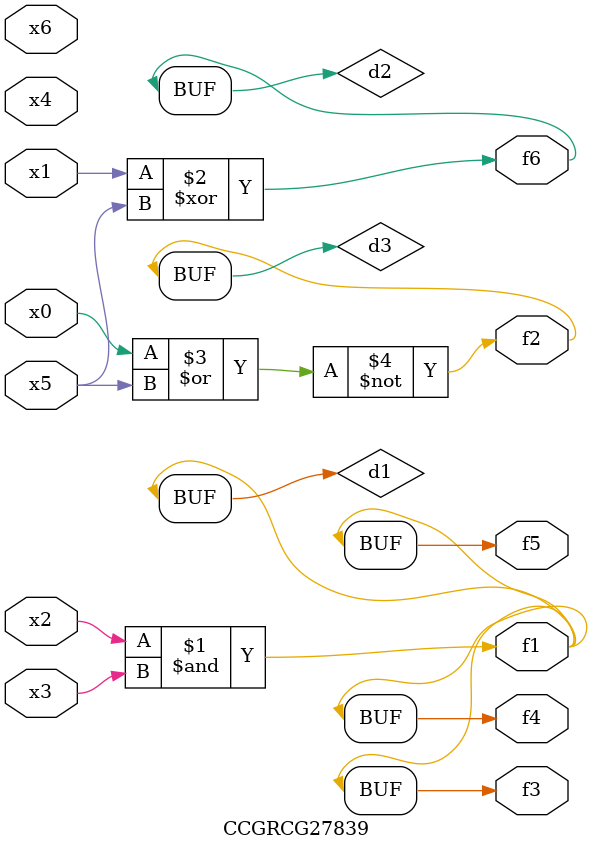
<source format=v>
module CCGRCG27839(
	input x0, x1, x2, x3, x4, x5, x6,
	output f1, f2, f3, f4, f5, f6
);

	wire d1, d2, d3;

	and (d1, x2, x3);
	xor (d2, x1, x5);
	nor (d3, x0, x5);
	assign f1 = d1;
	assign f2 = d3;
	assign f3 = d1;
	assign f4 = d1;
	assign f5 = d1;
	assign f6 = d2;
endmodule

</source>
